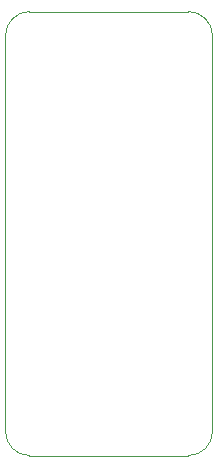
<source format=gbr>
G04 #@! TF.GenerationSoftware,KiCad,Pcbnew,(5.1.5)-3*
G04 #@! TF.CreationDate,2021-04-30T23:34:10+03:00*
G04 #@! TF.ProjectId,HM10USBDongle,484d3130-5553-4424-946f-6e676c652e6b,rev?*
G04 #@! TF.SameCoordinates,Original*
G04 #@! TF.FileFunction,Profile,NP*
%FSLAX46Y46*%
G04 Gerber Fmt 4.6, Leading zero omitted, Abs format (unit mm)*
G04 Created by KiCad (PCBNEW (5.1.5)-3) date 2021-04-30 23:34:10*
%MOMM*%
%LPD*%
G04 APERTURE LIST*
%ADD10C,0.050000*%
G04 APERTURE END LIST*
D10*
X142494000Y-95885000D02*
G75*
G02X140462000Y-97917000I-2032000J0D01*
G01*
X127000000Y-97917000D02*
G75*
G02X124968000Y-95885000I0J2032000D01*
G01*
X140462000Y-60325000D02*
G75*
G02X142494000Y-62357000I0J-2032000D01*
G01*
X124968000Y-62357000D02*
G75*
G02X127000000Y-60325000I2032000J0D01*
G01*
X142494000Y-62357000D02*
X142494000Y-95885000D01*
X127000000Y-60325000D02*
X140462000Y-60325000D01*
X124968000Y-95885000D02*
X124968000Y-62357000D01*
X140462000Y-97917000D02*
X127000000Y-97917000D01*
M02*

</source>
